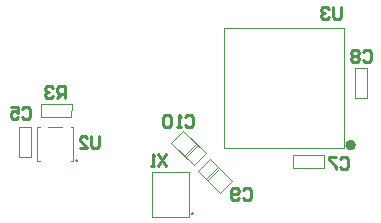
<source format=gbo>
G04*
G04 #@! TF.GenerationSoftware,Altium Limited,Altium Designer,22.1.2 (22)*
G04*
G04 Layer_Color=32896*
%FSLAX25Y25*%
%MOIN*%
G70*
G04*
G04 #@! TF.SameCoordinates,E6BCAF42-7E50-4797-BEDC-23F1F838AA05*
G04*
G04*
G04 #@! TF.FilePolarity,Positive*
G04*
G01*
G75*
%ADD11C,0.00394*%
%ADD12C,0.00787*%
%ADD13C,0.00197*%
%ADD56C,0.01000*%
%ADD72C,0.01968*%
D11*
X129839Y66313D02*
Y106313D01*
X89839D02*
X129839D01*
X89839Y66313D02*
Y106313D01*
Y66313D02*
X129839D01*
X65796Y43400D02*
X78142Y43559D01*
X65757Y58559D02*
X65796Y43400D01*
X65757Y58559D02*
X78142Y58559D01*
Y43559D02*
Y58559D01*
X38693Y73443D02*
X39598D01*
X39677Y62026D01*
X38772D02*
X39677D01*
X27401Y73443D02*
X28417D01*
X27401Y62026D02*
Y73443D01*
Y61944D02*
X28417D01*
X31291Y73482D02*
X35858Y73443D01*
D12*
X79523Y44504D02*
G03*
X79523Y44504I-278J0D01*
G01*
X41042Y62205D02*
G03*
X41042Y62205I-276J0D01*
G01*
D13*
X133413Y82961D02*
Y93067D01*
X137587Y93028D01*
Y82961D02*
Y93028D01*
X133413Y82961D02*
X137587D01*
X112933Y59913D02*
X123039D01*
X112933D02*
X112972Y64087D01*
X123039D01*
Y59913D02*
Y64087D01*
X76314Y72195D02*
X83694Y64815D01*
X72333Y68158D02*
X76314Y72195D01*
X72333Y68158D02*
X79769Y60834D01*
X83694Y64815D01*
X77193Y63466D02*
X81034Y67363D01*
X76686Y63902D02*
X80632Y67860D01*
X81306Y58685D02*
X88687Y51305D01*
X92667Y55342D01*
X85231Y62666D02*
X92667Y55342D01*
X81306Y58685D02*
X85231Y62666D01*
X83966Y56137D02*
X87807Y60034D01*
X84368Y55640D02*
X88314Y59598D01*
X28921Y81087D02*
X39028D01*
X38989Y76913D02*
X39028Y81087D01*
X28921Y76913D02*
X38989D01*
X28921D02*
Y81087D01*
X21486Y73539D02*
X25660D01*
X21486Y63472D02*
Y73539D01*
Y63472D02*
X25660Y63433D01*
Y73539D01*
D56*
X36780Y83032D02*
Y86968D01*
X34812D01*
X34156Y86312D01*
Y85000D01*
X34812Y84344D01*
X36780D01*
X35468D02*
X34156Y83032D01*
X32844Y86312D02*
X32188Y86968D01*
X30876D01*
X30220Y86312D01*
Y85656D01*
X30876Y85000D01*
X31532D01*
X30876D01*
X30220Y84344D01*
Y83688D01*
X30876Y83032D01*
X32188D01*
X32844Y83688D01*
X70624Y64468D02*
X68000Y60532D01*
Y64468D02*
X70624Y60532D01*
X66688D02*
X65376D01*
X66032D01*
Y64468D01*
X66688Y63812D01*
X128780Y113468D02*
Y110188D01*
X128124Y109532D01*
X126812D01*
X126156Y110188D01*
Y113468D01*
X124844Y112812D02*
X124188Y113468D01*
X122876D01*
X122220Y112812D01*
Y112156D01*
X122876Y111500D01*
X123532D01*
X122876D01*
X122220Y110844D01*
Y110188D01*
X122876Y109532D01*
X124188D01*
X124844Y110188D01*
X48280Y70468D02*
Y67188D01*
X47624Y66532D01*
X46312D01*
X45656Y67188D01*
Y70468D01*
X41720Y66532D02*
X44344D01*
X41720Y69156D01*
Y69812D01*
X42376Y70468D01*
X43688D01*
X44344Y69812D01*
X76796Y76812D02*
X77452Y77468D01*
X78764D01*
X79420Y76812D01*
Y74188D01*
X78764Y73532D01*
X77452D01*
X76796Y74188D01*
X75484Y73532D02*
X74172D01*
X74828D01*
Y77468D01*
X75484Y76812D01*
X72204D02*
X71548Y77468D01*
X70236D01*
X69580Y76812D01*
Y74188D01*
X70236Y73532D01*
X71548D01*
X72204Y74188D01*
Y76812D01*
X96156Y52312D02*
X96812Y52968D01*
X98124D01*
X98780Y52312D01*
Y49688D01*
X98124Y49032D01*
X96812D01*
X96156Y49688D01*
X94844D02*
X94188Y49032D01*
X92876D01*
X92220Y49688D01*
Y52312D01*
X92876Y52968D01*
X94188D01*
X94844Y52312D01*
Y51656D01*
X94188Y51000D01*
X92220D01*
X136156Y98312D02*
X136812Y98968D01*
X138124D01*
X138780Y98312D01*
Y95688D01*
X138124Y95032D01*
X136812D01*
X136156Y95688D01*
X134844Y98312D02*
X134188Y98968D01*
X132876D01*
X132220Y98312D01*
Y97656D01*
X132876Y97000D01*
X132220Y96344D01*
Y95688D01*
X132876Y95032D01*
X134188D01*
X134844Y95688D01*
Y96344D01*
X134188Y97000D01*
X134844Y97656D01*
Y98312D01*
X134188Y97000D02*
X132876D01*
X128656Y62812D02*
X129312Y63468D01*
X130624D01*
X131280Y62812D01*
Y60188D01*
X130624Y59532D01*
X129312D01*
X128656Y60188D01*
X127344Y63468D02*
X124720D01*
Y62812D01*
X127344Y60188D01*
Y59532D01*
X22656Y79312D02*
X23312Y79968D01*
X24624D01*
X25280Y79312D01*
Y76688D01*
X24624Y76032D01*
X23312D01*
X22656Y76688D01*
X18720Y79968D02*
X21344D01*
Y78000D01*
X20032Y78656D01*
X19376D01*
X18720Y78000D01*
Y76688D01*
X19376Y76032D01*
X20688D01*
X21344Y76688D01*
D72*
X132866Y67375D02*
G03*
X132866Y67375I-787J0D01*
G01*
M02*

</source>
